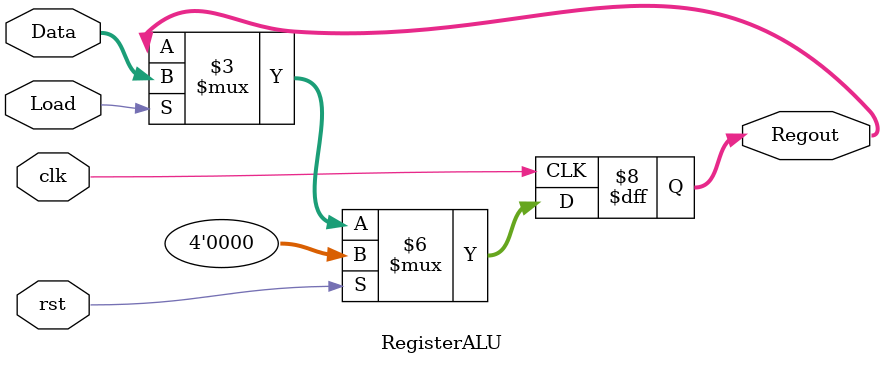
<source format=v>
module RegisterALU(
input clk,rst,Load,
input [3:0] Data,
output reg [3:0] Regout
    );
	 //register to save value for DATA_B input using the same switches as in DATA_A input.
always @ (posedge clk) 
begin
if (rst) Regout<=4'd0;
else if (Load) Regout<=Data;  // Load is asserted from toggle control unit
else Regout<=Regout;
end
endmodule

</source>
